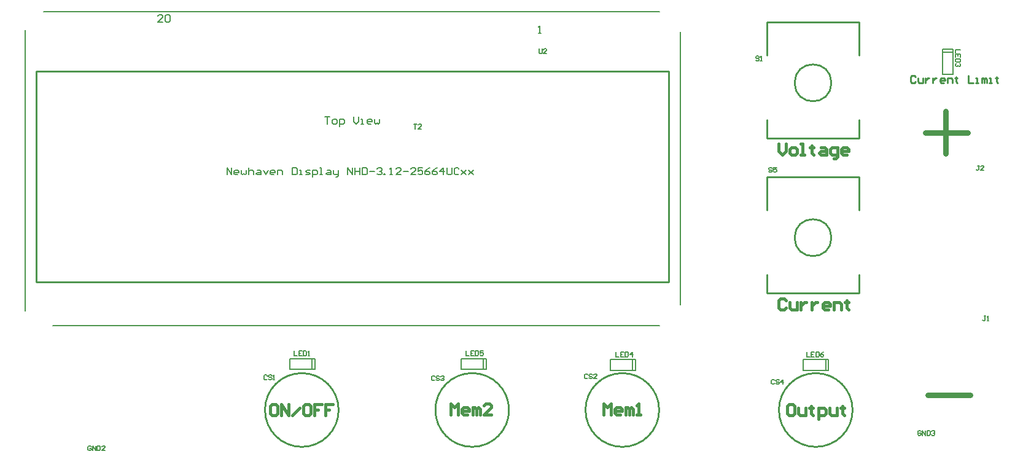
<source format=gto>
G04*
G04 #@! TF.GenerationSoftware,Altium Limited,Altium Designer,19.1.5 (86)*
G04*
G04 Layer_Color=65535*
%FSLAX24Y24*%
%MOIN*%
G70*
G01*
G75*
%ADD10C,0.0100*%
%ADD11C,0.0079*%
%ADD12C,0.0060*%
%ADD13C,0.0300*%
%ADD14C,0.0050*%
%ADD15C,0.0150*%
G36*
X35357Y9556D02*
X35350D01*
Y9558D01*
X35357D01*
Y9556D01*
D02*
G37*
D10*
X43750Y20750D02*
G03*
X43750Y20750I-1000J0D01*
G01*
Y12350D02*
G03*
X43750Y12350I-1000J0D01*
G01*
X44900Y3000D02*
G03*
X44900Y3000I-2000J0D01*
G01*
X34400D02*
G03*
X34400Y3000I-2000J0D01*
G01*
X26250D02*
G03*
X26250Y3000I-2000J0D01*
G01*
X17000D02*
G03*
X17000Y3000I-2000J0D01*
G01*
X570Y9958D02*
Y21375D01*
X34920Y9958D02*
Y21375D01*
X570Y9958D02*
X34920Y9958D01*
X570Y21375D02*
X34920Y21375D01*
X40250Y17750D02*
Y18750D01*
Y17750D02*
X45250D01*
X40250Y24050D02*
X45250D01*
X40250Y22250D02*
Y24050D01*
X45250Y17750D02*
Y18750D01*
Y22250D02*
Y24050D01*
Y13850D02*
Y15650D01*
Y9350D02*
Y10350D01*
X40250Y13850D02*
Y15650D01*
X45250D01*
X40250Y9350D02*
X45250D01*
X40250D02*
Y10350D01*
X48317Y21083D02*
X48250Y21150D01*
X48117D01*
X48050Y21083D01*
Y20817D01*
X48117Y20750D01*
X48250D01*
X48317Y20817D01*
X48450Y21017D02*
Y20817D01*
X48517Y20750D01*
X48716D01*
Y21017D01*
X48850D02*
Y20750D01*
Y20883D01*
X48916Y20950D01*
X48983Y21017D01*
X49050D01*
X49250D02*
Y20750D01*
Y20883D01*
X49316Y20950D01*
X49383Y21017D01*
X49450D01*
X49849Y20750D02*
X49716D01*
X49649Y20817D01*
Y20950D01*
X49716Y21017D01*
X49849D01*
X49916Y20950D01*
Y20883D01*
X49649D01*
X50049Y20750D02*
Y21017D01*
X50249D01*
X50316Y20950D01*
Y20750D01*
X50516Y21083D02*
Y21017D01*
X50449D01*
X50583D01*
X50516D01*
Y20817D01*
X50583Y20750D01*
X51182Y21150D02*
Y20750D01*
X51449D01*
X51582D02*
X51715D01*
X51649D01*
Y21017D01*
X51582D01*
X51915Y20750D02*
Y21017D01*
X51982D01*
X52049Y20950D01*
Y20750D01*
Y20950D01*
X52115Y21017D01*
X52182Y20950D01*
Y20750D01*
X52315D02*
X52449D01*
X52382D01*
Y21017D01*
X52315D01*
X52715Y21083D02*
Y21017D01*
X52649D01*
X52782D01*
X52715D01*
Y20817D01*
X52782Y20750D01*
D11*
X35550Y8706D02*
Y23497D01*
X1471Y7588D02*
X34432D01*
X8784Y24615D02*
X34432D01*
X-21Y8375D02*
Y23627D01*
X967Y24615D02*
X8784Y24615D01*
X1467Y7592D02*
X1471Y7588D01*
D12*
X42230Y5730D02*
X43583D01*
X42230Y5364D02*
Y5730D01*
Y5160D02*
Y5364D01*
Y5730D01*
X43435Y5160D02*
Y5730D01*
X42230Y5160D02*
X43583D01*
Y5730D01*
X14361Y5780D02*
X15713D01*
X14361Y5414D02*
Y5780D01*
Y5210D02*
Y5414D01*
Y5780D01*
X15566Y5210D02*
Y5780D01*
X14361Y5210D02*
X15713D01*
Y5780D01*
X33113Y5160D02*
Y5730D01*
X31761Y5160D02*
X33113D01*
X32966D02*
Y5730D01*
X31761Y5364D02*
Y5730D01*
Y5160D02*
Y5364D01*
Y5730D01*
X33113D01*
X25013Y5210D02*
Y5780D01*
X23661Y5210D02*
X25013D01*
X24866D02*
Y5780D01*
X23661Y5414D02*
Y5780D01*
Y5210D02*
Y5414D01*
Y5780D01*
X25013D01*
X49770Y21211D02*
Y22563D01*
Y21211D02*
X50136D01*
X50340D01*
X49770D02*
X50136D01*
X49770Y22416D02*
X50340D01*
Y21211D02*
Y22563D01*
X49770D02*
X50340D01*
D13*
X49950Y17475D02*
Y18625D01*
Y16900D02*
Y17475D01*
Y18625D02*
Y19200D01*
X49425Y18050D02*
X50575D01*
X48850D02*
X49425D01*
X50575D02*
X51150D01*
X51075Y3800D02*
X51300D01*
X49000D02*
X50500D01*
X51075D01*
D14*
X10938Y15762D02*
Y16155D01*
X11200Y15762D01*
Y16155D01*
X11528Y15762D02*
X11397D01*
X11332Y15827D01*
Y15958D01*
X11397Y16024D01*
X11528D01*
X11594Y15958D01*
Y15893D01*
X11332D01*
X11725Y16024D02*
Y15827D01*
X11791Y15762D01*
X11856Y15827D01*
X11922Y15762D01*
X11988Y15827D01*
Y16024D01*
X12119Y16155D02*
Y15762D01*
Y15958D01*
X12184Y16024D01*
X12315D01*
X12381Y15958D01*
Y15762D01*
X12578Y16024D02*
X12709D01*
X12775Y15958D01*
Y15762D01*
X12578D01*
X12512Y15827D01*
X12578Y15893D01*
X12775D01*
X12906Y16024D02*
X13037Y15762D01*
X13168Y16024D01*
X13496Y15762D02*
X13365D01*
X13299Y15827D01*
Y15958D01*
X13365Y16024D01*
X13496D01*
X13562Y15958D01*
Y15893D01*
X13299D01*
X13693Y15762D02*
Y16024D01*
X13890D01*
X13955Y15958D01*
Y15762D01*
X14480Y16155D02*
Y15762D01*
X14677D01*
X14743Y15827D01*
Y16090D01*
X14677Y16155D01*
X14480D01*
X14874Y15762D02*
X15005D01*
X14939D01*
Y16024D01*
X14874D01*
X15202Y15762D02*
X15398D01*
X15464Y15827D01*
X15398Y15893D01*
X15267D01*
X15202Y15958D01*
X15267Y16024D01*
X15464D01*
X15595Y15630D02*
Y16024D01*
X15792D01*
X15858Y15958D01*
Y15827D01*
X15792Y15762D01*
X15595D01*
X15989D02*
X16120D01*
X16054D01*
Y16155D01*
X15989D01*
X16382Y16024D02*
X16514D01*
X16579Y15958D01*
Y15762D01*
X16382D01*
X16317Y15827D01*
X16382Y15893D01*
X16579D01*
X16710Y16024D02*
Y15827D01*
X16776Y15762D01*
X16973D01*
Y15696D01*
X16907Y15630D01*
X16842D01*
X16973Y15762D02*
Y16024D01*
X17498Y15762D02*
Y16155D01*
X17760Y15762D01*
Y16155D01*
X17891D02*
Y15762D01*
Y15958D01*
X18154D01*
Y16155D01*
Y15762D01*
X18285Y16155D02*
Y15762D01*
X18481D01*
X18547Y15827D01*
Y16090D01*
X18481Y16155D01*
X18285D01*
X18678Y15958D02*
X18941D01*
X19072Y16090D02*
X19137Y16155D01*
X19269D01*
X19334Y16090D01*
Y16024D01*
X19269Y15958D01*
X19203D01*
X19269D01*
X19334Y15893D01*
Y15827D01*
X19269Y15762D01*
X19137D01*
X19072Y15827D01*
X19465Y15762D02*
Y15827D01*
X19531D01*
Y15762D01*
X19465D01*
X19793D02*
X19925D01*
X19859D01*
Y16155D01*
X19793Y16090D01*
X20384Y15762D02*
X20121D01*
X20384Y16024D01*
Y16090D01*
X20318Y16155D01*
X20187D01*
X20121Y16090D01*
X20515Y15958D02*
X20777D01*
X21171Y15762D02*
X20909D01*
X21171Y16024D01*
Y16090D01*
X21105Y16155D01*
X20974D01*
X20909Y16090D01*
X21564Y16155D02*
X21302D01*
Y15958D01*
X21433Y16024D01*
X21499D01*
X21564Y15958D01*
Y15827D01*
X21499Y15762D01*
X21368D01*
X21302Y15827D01*
X21958Y16155D02*
X21827Y16090D01*
X21696Y15958D01*
Y15827D01*
X21761Y15762D01*
X21892D01*
X21958Y15827D01*
Y15893D01*
X21892Y15958D01*
X21696D01*
X22352Y16155D02*
X22220Y16090D01*
X22089Y15958D01*
Y15827D01*
X22155Y15762D01*
X22286D01*
X22352Y15827D01*
Y15893D01*
X22286Y15958D01*
X22089D01*
X22680Y15762D02*
Y16155D01*
X22483Y15958D01*
X22745D01*
X22876Y16155D02*
Y15827D01*
X22942Y15762D01*
X23073D01*
X23139Y15827D01*
Y16155D01*
X23532Y16090D02*
X23467Y16155D01*
X23336D01*
X23270Y16090D01*
Y15827D01*
X23336Y15762D01*
X23467D01*
X23532Y15827D01*
X23664Y16024D02*
X23926Y15762D01*
X23795Y15893D01*
X23926Y16024D01*
X23664Y15762D01*
X24057Y16024D02*
X24320Y15762D01*
X24188Y15893D01*
X24320Y16024D01*
X24057Y15762D01*
X16259Y18914D02*
X16521D01*
X16390D01*
Y18521D01*
X16718D02*
X16849D01*
X16915Y18586D01*
Y18718D01*
X16849Y18783D01*
X16718D01*
X16652Y18718D01*
Y18586D01*
X16718Y18521D01*
X17046Y18390D02*
Y18783D01*
X17243D01*
X17308Y18718D01*
Y18586D01*
X17243Y18521D01*
X17046D01*
X17833Y18914D02*
Y18652D01*
X17964Y18521D01*
X18095Y18652D01*
Y18914D01*
X18227Y18521D02*
X18358D01*
X18292D01*
Y18783D01*
X18227D01*
X18751Y18521D02*
X18620D01*
X18555Y18586D01*
Y18718D01*
X18620Y18783D01*
X18751D01*
X18817Y18718D01*
Y18652D01*
X18555D01*
X18948Y18783D02*
Y18586D01*
X19014Y18521D01*
X19079Y18586D01*
X19145Y18521D01*
X19210Y18586D01*
Y18783D01*
X27837Y23434D02*
X27969D01*
X27903D01*
Y23828D01*
X27837Y23762D01*
X7462Y24050D02*
X7200D01*
X7462Y24312D01*
Y24378D01*
X7397Y24444D01*
X7266D01*
X7200Y24378D01*
X7594D02*
X7659Y24444D01*
X7790D01*
X7856Y24378D01*
Y24116D01*
X7790Y24050D01*
X7659D01*
X7594Y24116D01*
Y24378D01*
X21080Y18510D02*
X21247D01*
X21163D01*
Y18260D01*
X21497D02*
X21330D01*
X21497Y18427D01*
Y18468D01*
X21455Y18510D01*
X21372D01*
X21330Y18468D01*
X27880Y22600D02*
Y22392D01*
X27922Y22350D01*
X28005D01*
X28047Y22392D01*
Y22600D01*
X28297Y22350D02*
X28130D01*
X28297Y22517D01*
Y22558D01*
X28255Y22600D01*
X28172D01*
X28130Y22558D01*
X40667Y4608D02*
X40625Y4650D01*
X40542D01*
X40500Y4608D01*
Y4442D01*
X40542Y4400D01*
X40625D01*
X40667Y4442D01*
X40917Y4608D02*
X40875Y4650D01*
X40792D01*
X40750Y4608D01*
Y4567D01*
X40792Y4525D01*
X40875D01*
X40917Y4483D01*
Y4442D01*
X40875Y4400D01*
X40792D01*
X40750Y4442D01*
X41125Y4400D02*
Y4650D01*
X41000Y4525D01*
X41166D01*
X22217Y4808D02*
X22175Y4850D01*
X22092D01*
X22050Y4808D01*
Y4642D01*
X22092Y4600D01*
X22175D01*
X22217Y4642D01*
X22467Y4808D02*
X22425Y4850D01*
X22342D01*
X22300Y4808D01*
Y4767D01*
X22342Y4725D01*
X22425D01*
X22467Y4683D01*
Y4642D01*
X22425Y4600D01*
X22342D01*
X22300Y4642D01*
X22550Y4808D02*
X22591Y4850D01*
X22675D01*
X22716Y4808D01*
Y4767D01*
X22675Y4725D01*
X22633D01*
X22675D01*
X22716Y4683D01*
Y4642D01*
X22675Y4600D01*
X22591D01*
X22550Y4642D01*
X30517Y4908D02*
X30475Y4950D01*
X30392D01*
X30350Y4908D01*
Y4742D01*
X30392Y4700D01*
X30475D01*
X30517Y4742D01*
X30767Y4908D02*
X30725Y4950D01*
X30642D01*
X30600Y4908D01*
Y4867D01*
X30642Y4825D01*
X30725D01*
X30767Y4783D01*
Y4742D01*
X30725Y4700D01*
X30642D01*
X30600Y4742D01*
X31016Y4700D02*
X30850D01*
X31016Y4867D01*
Y4908D01*
X30975Y4950D01*
X30891D01*
X30850Y4908D01*
X13117Y4858D02*
X13075Y4900D01*
X12992D01*
X12950Y4858D01*
Y4692D01*
X12992Y4650D01*
X13075D01*
X13117Y4692D01*
X13367Y4858D02*
X13325Y4900D01*
X13242D01*
X13200Y4858D01*
Y4817D01*
X13242Y4775D01*
X13325D01*
X13367Y4733D01*
Y4692D01*
X13325Y4650D01*
X13242D01*
X13200Y4692D01*
X13450Y4650D02*
X13533D01*
X13491D01*
Y4900D01*
X13450Y4858D01*
X42410Y6140D02*
Y5890D01*
X42577D01*
X42827Y6140D02*
X42660D01*
Y5890D01*
X42827D01*
X42660Y6015D02*
X42743D01*
X42910Y6140D02*
Y5890D01*
X43035D01*
X43076Y5932D01*
Y6098D01*
X43035Y6140D01*
X42910D01*
X43326D02*
X43243Y6098D01*
X43160Y6015D01*
Y5932D01*
X43201Y5890D01*
X43285D01*
X43326Y5932D01*
Y5973D01*
X43285Y6015D01*
X43160D01*
X23930Y6210D02*
Y5960D01*
X24097D01*
X24347Y6210D02*
X24180D01*
Y5960D01*
X24347D01*
X24180Y6085D02*
X24263D01*
X24430Y6210D02*
Y5960D01*
X24555D01*
X24596Y6002D01*
Y6168D01*
X24555Y6210D01*
X24430D01*
X24846D02*
X24680D01*
Y6085D01*
X24763Y6127D01*
X24805D01*
X24846Y6085D01*
Y6002D01*
X24805Y5960D01*
X24721D01*
X24680Y6002D01*
X32060Y6140D02*
Y5890D01*
X32227D01*
X32477Y6140D02*
X32310D01*
Y5890D01*
X32477D01*
X32310Y6015D02*
X32393D01*
X32560Y6140D02*
Y5890D01*
X32685D01*
X32726Y5932D01*
Y6098D01*
X32685Y6140D01*
X32560D01*
X32935Y5890D02*
Y6140D01*
X32810Y6015D01*
X32976D01*
X50750Y22550D02*
X50500D01*
Y22383D01*
X50750Y22133D02*
Y22300D01*
X50500D01*
Y22133D01*
X50625Y22300D02*
Y22217D01*
X50750Y22050D02*
X50500D01*
Y21925D01*
X50542Y21884D01*
X50708D01*
X50750Y21925D01*
Y22050D01*
X50708Y21800D02*
X50750Y21759D01*
Y21675D01*
X50708Y21634D01*
X50667D01*
X50625Y21675D01*
Y21717D01*
Y21675D01*
X50583Y21634D01*
X50542D01*
X50500Y21675D01*
Y21759D01*
X50542Y21800D01*
X48607Y1828D02*
X48565Y1870D01*
X48482D01*
X48440Y1828D01*
Y1662D01*
X48482Y1620D01*
X48565D01*
X48607Y1662D01*
Y1745D01*
X48523D01*
X48690Y1620D02*
Y1870D01*
X48857Y1620D01*
Y1870D01*
X48940D02*
Y1620D01*
X49065D01*
X49106Y1662D01*
Y1828D01*
X49065Y1870D01*
X48940D01*
X49190Y1828D02*
X49231Y1870D01*
X49315D01*
X49356Y1828D01*
Y1787D01*
X49315Y1745D01*
X49273D01*
X49315D01*
X49356Y1703D01*
Y1662D01*
X49315Y1620D01*
X49231D01*
X49190Y1662D01*
X3567Y1008D02*
X3525Y1050D01*
X3442D01*
X3400Y1008D01*
Y842D01*
X3442Y800D01*
X3525D01*
X3567Y842D01*
Y925D01*
X3483D01*
X3650Y800D02*
Y1050D01*
X3817Y800D01*
Y1050D01*
X3900D02*
Y800D01*
X4025D01*
X4066Y842D01*
Y1008D01*
X4025Y1050D01*
X3900D01*
X4316Y800D02*
X4150D01*
X4316Y967D01*
Y1008D01*
X4275Y1050D01*
X4191D01*
X4150Y1008D01*
X52127Y8100D02*
X52043D01*
X52085D01*
Y7892D01*
X52043Y7850D01*
X52002D01*
X51960Y7892D01*
X52210Y7850D02*
X52293D01*
X52252D01*
Y8100D01*
X52210Y8058D01*
X40517Y16108D02*
X40475Y16150D01*
X40392D01*
X40350Y16108D01*
Y16067D01*
X40392Y16025D01*
X40475D01*
X40517Y15983D01*
Y15942D01*
X40475Y15900D01*
X40392D01*
X40350Y15942D01*
X40767Y16150D02*
X40600D01*
Y16025D01*
X40683Y16067D01*
X40725D01*
X40767Y16025D01*
Y15942D01*
X40725Y15900D01*
X40642D01*
X40600Y15942D01*
X39817Y22158D02*
X39775Y22200D01*
X39692D01*
X39650Y22158D01*
Y22117D01*
X39692Y22075D01*
X39775D01*
X39817Y22033D01*
Y21992D01*
X39775Y21950D01*
X39692D01*
X39650Y21992D01*
X39900Y21950D02*
X39983D01*
X39942D01*
Y22200D01*
X39900Y22158D01*
X51777Y16260D02*
X51693D01*
X51735D01*
Y16052D01*
X51693Y16010D01*
X51652D01*
X51610Y16052D01*
X52027Y16010D02*
X51860D01*
X52027Y16177D01*
Y16218D01*
X51985Y16260D01*
X51902D01*
X51860Y16218D01*
X14590Y6200D02*
Y5950D01*
X14757D01*
X15007Y6200D02*
X14840D01*
Y5950D01*
X15007D01*
X14840Y6075D02*
X14923D01*
X15090Y6200D02*
Y5950D01*
X15215D01*
X15256Y5992D01*
Y6158D01*
X15215Y6200D01*
X15090D01*
X15340Y5950D02*
X15423D01*
X15381D01*
Y6200D01*
X15340Y6158D01*
D15*
X41300Y8950D02*
X41200Y9050D01*
X41000D01*
X40900Y8950D01*
Y8550D01*
X41000Y8450D01*
X41200D01*
X41300Y8550D01*
X41500Y8850D02*
Y8550D01*
X41600Y8450D01*
X41900D01*
Y8850D01*
X42100D02*
Y8450D01*
Y8650D01*
X42200Y8750D01*
X42300Y8850D01*
X42400D01*
X42699D02*
Y8450D01*
Y8650D01*
X42799Y8750D01*
X42899Y8850D01*
X42999D01*
X43599Y8450D02*
X43399D01*
X43299Y8550D01*
Y8750D01*
X43399Y8850D01*
X43599D01*
X43699Y8750D01*
Y8650D01*
X43299D01*
X43899Y8450D02*
Y8850D01*
X44199D01*
X44299Y8750D01*
Y8450D01*
X44599Y8950D02*
Y8850D01*
X44499D01*
X44699D01*
X44599D01*
Y8550D01*
X44699Y8450D01*
X40900Y17450D02*
Y17050D01*
X41100Y16850D01*
X41300Y17050D01*
Y17450D01*
X41600Y16850D02*
X41800D01*
X41900Y16950D01*
Y17150D01*
X41800Y17250D01*
X41600D01*
X41500Y17150D01*
Y16950D01*
X41600Y16850D01*
X42100D02*
X42300D01*
X42200D01*
Y17450D01*
X42100D01*
X42699Y17350D02*
Y17250D01*
X42599D01*
X42799D01*
X42699D01*
Y16950D01*
X42799Y16850D01*
X43199Y17250D02*
X43399D01*
X43499Y17150D01*
Y16850D01*
X43199D01*
X43099Y16950D01*
X43199Y17050D01*
X43499D01*
X43899Y16650D02*
X43999D01*
X44099Y16750D01*
Y17250D01*
X43799D01*
X43699Y17150D01*
Y16950D01*
X43799Y16850D01*
X44099D01*
X44599D02*
X44399D01*
X44299Y16950D01*
Y17150D01*
X44399Y17250D01*
X44599D01*
X44699Y17150D01*
Y17050D01*
X44299D01*
X13600Y3300D02*
X13400D01*
X13300Y3200D01*
Y2800D01*
X13400Y2700D01*
X13600D01*
X13700Y2800D01*
Y3200D01*
X13600Y3300D01*
X13900Y2700D02*
Y3300D01*
X14300Y2700D01*
Y3300D01*
X14500Y2700D02*
X14899Y3100D01*
X15399Y3300D02*
X15199D01*
X15099Y3200D01*
Y2800D01*
X15199Y2700D01*
X15399D01*
X15499Y2800D01*
Y3200D01*
X15399Y3300D01*
X16099D02*
X15699D01*
Y3000D01*
X15899D01*
X15699D01*
Y2700D01*
X16699Y3300D02*
X16299D01*
Y3000D01*
X16499D01*
X16299D01*
Y2700D01*
X23100Y2750D02*
Y3350D01*
X23300Y3150D01*
X23500Y3350D01*
Y2750D01*
X24000D02*
X23800D01*
X23700Y2850D01*
Y3050D01*
X23800Y3150D01*
X24000D01*
X24100Y3050D01*
Y2950D01*
X23700D01*
X24300Y2750D02*
Y3150D01*
X24400D01*
X24500Y3050D01*
Y2750D01*
Y3050D01*
X24600Y3150D01*
X24699Y3050D01*
Y2750D01*
X25299D02*
X24899D01*
X25299Y3150D01*
Y3250D01*
X25199Y3350D01*
X24999D01*
X24899Y3250D01*
X31400Y2750D02*
Y3350D01*
X31600Y3150D01*
X31800Y3350D01*
Y2750D01*
X32300D02*
X32100D01*
X32000Y2850D01*
Y3050D01*
X32100Y3150D01*
X32300D01*
X32400Y3050D01*
Y2950D01*
X32000D01*
X32600Y2750D02*
Y3150D01*
X32700D01*
X32800Y3050D01*
Y2750D01*
Y3050D01*
X32900Y3150D01*
X32999Y3050D01*
Y2750D01*
X33199D02*
X33399D01*
X33299D01*
Y3350D01*
X33199Y3250D01*
X41650Y3300D02*
X41450D01*
X41350Y3200D01*
Y2800D01*
X41450Y2700D01*
X41650D01*
X41750Y2800D01*
Y3200D01*
X41650Y3300D01*
X41950Y3100D02*
Y2800D01*
X42050Y2700D01*
X42350D01*
Y3100D01*
X42650Y3200D02*
Y3100D01*
X42550D01*
X42750D01*
X42650D01*
Y2800D01*
X42750Y2700D01*
X43049Y2500D02*
Y3100D01*
X43349D01*
X43449Y3000D01*
Y2800D01*
X43349Y2700D01*
X43049D01*
X43649Y3100D02*
Y2800D01*
X43749Y2700D01*
X44049D01*
Y3100D01*
X44349Y3200D02*
Y3100D01*
X44249D01*
X44449D01*
X44349D01*
Y2800D01*
X44449Y2700D01*
M02*

</source>
